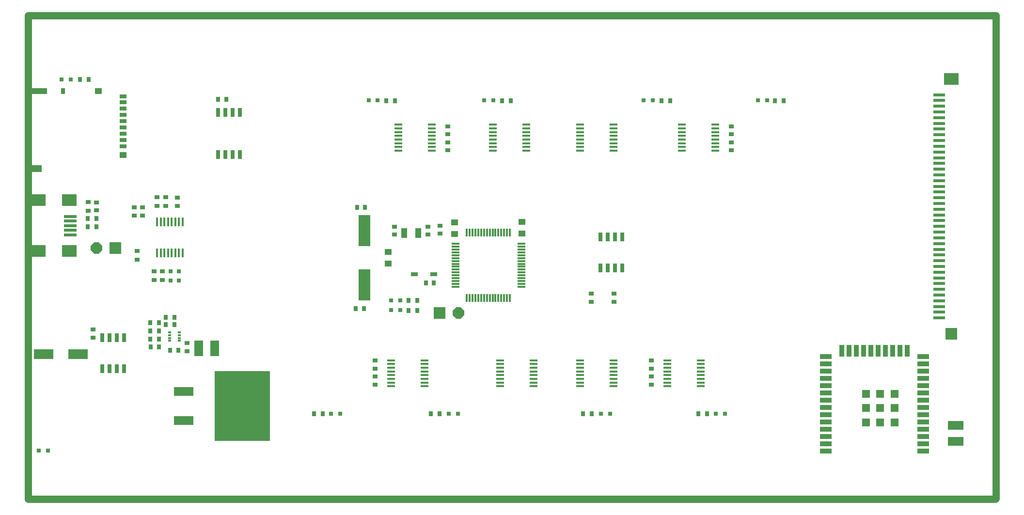
<source format=gtp>
G04*
G04 #@! TF.GenerationSoftware,Altium Limited,Altium Designer,18.1.7 (191)*
G04*
G04 Layer_Color=8421504*
%FSLAX25Y25*%
%MOIN*%
G70*
G01*
G75*
%ADD17C,0.05000*%
%ADD18R,0.05807X0.01772*%
%ADD19R,0.03543X0.03000*%
%ADD20R,0.03000X0.03543*%
%ADD21R,0.02756X0.03150*%
%ADD22R,0.03937X0.07087*%
%ADD23R,0.05000X0.04000*%
%ADD24R,0.01713X0.06008*%
%ADD25R,0.11000X0.06299*%
%ADD26R,0.02559X0.06004*%
%ADD27R,0.07480X0.05118*%
%ADD28R,0.11024X0.03937*%
%ADD29R,0.03150X0.03937*%
%ADD30R,0.04724X0.03937*%
%ADD31R,0.04724X0.02756*%
%ADD32R,0.03000X0.03500*%
%ADD33R,0.07874X0.21654*%
%ADD34R,0.07874X0.02362*%
%ADD35R,0.09843X0.07874*%
%ADD36R,0.07874X0.07874*%
%ADD37R,0.05236X0.05236*%
%ADD38R,0.07874X0.03543*%
%ADD39R,0.03543X0.07874*%
%ADD40R,0.04724X0.02953*%
%ADD41R,0.01181X0.05807*%
%ADD42R,0.05807X0.01181*%
%ADD43R,0.04921X0.03937*%
%ADD44P,0.08523X8X22.5*%
%ADD45R,0.01870X0.01181*%
%ADD46R,0.06299X0.11000*%
%ADD47R,0.13386X0.07087*%
%ADD48R,0.02559X0.06102*%
%ADD49R,0.02559X0.05906*%
%ADD50R,0.03500X0.03000*%
%ADD51R,0.38386X0.48031*%
%ADD52R,0.03150X0.02756*%
%ADD53R,0.13780X0.06299*%
%ADD54R,0.08858X0.01968*%
D17*
X394Y-333071D02*
X665748D01*
X666142Y-332677D01*
Y-394D01*
X394D02*
X666142D01*
X394Y-333071D02*
Y-394D01*
D18*
X380000Y-237520D02*
D03*
Y-240079D02*
D03*
Y-242638D02*
D03*
Y-245197D02*
D03*
Y-247756D02*
D03*
Y-250315D02*
D03*
Y-252874D02*
D03*
Y-255433D02*
D03*
X403134D02*
D03*
Y-252874D02*
D03*
Y-250315D02*
D03*
Y-247756D02*
D03*
Y-245197D02*
D03*
Y-242638D02*
D03*
Y-240079D02*
D03*
Y-237520D02*
D03*
X320000Y-75433D02*
D03*
Y-77992D02*
D03*
Y-80551D02*
D03*
Y-83110D02*
D03*
Y-85669D02*
D03*
Y-88228D02*
D03*
Y-90787D02*
D03*
Y-93347D02*
D03*
X343134D02*
D03*
Y-90787D02*
D03*
Y-88228D02*
D03*
Y-85669D02*
D03*
Y-83110D02*
D03*
Y-80551D02*
D03*
Y-77992D02*
D03*
Y-75433D02*
D03*
X348134Y-237520D02*
D03*
Y-240079D02*
D03*
Y-242638D02*
D03*
Y-245197D02*
D03*
Y-247756D02*
D03*
Y-250315D02*
D03*
Y-252874D02*
D03*
Y-255433D02*
D03*
X325000D02*
D03*
Y-252874D02*
D03*
Y-250315D02*
D03*
Y-247756D02*
D03*
Y-245197D02*
D03*
Y-242638D02*
D03*
Y-240079D02*
D03*
Y-237520D02*
D03*
X463134D02*
D03*
Y-240079D02*
D03*
Y-242638D02*
D03*
Y-245197D02*
D03*
Y-247756D02*
D03*
Y-250315D02*
D03*
Y-252874D02*
D03*
Y-255433D02*
D03*
X440000D02*
D03*
Y-252874D02*
D03*
Y-250315D02*
D03*
Y-247756D02*
D03*
Y-245197D02*
D03*
Y-242638D02*
D03*
Y-240079D02*
D03*
Y-237520D02*
D03*
X255000Y-93347D02*
D03*
Y-90787D02*
D03*
Y-88228D02*
D03*
Y-85669D02*
D03*
Y-83110D02*
D03*
Y-80551D02*
D03*
Y-77992D02*
D03*
Y-75433D02*
D03*
X278134D02*
D03*
Y-77992D02*
D03*
Y-80551D02*
D03*
Y-83110D02*
D03*
Y-85669D02*
D03*
Y-88228D02*
D03*
Y-90787D02*
D03*
Y-93347D02*
D03*
X450000D02*
D03*
Y-90787D02*
D03*
Y-88228D02*
D03*
Y-85669D02*
D03*
Y-83110D02*
D03*
Y-80551D02*
D03*
Y-77992D02*
D03*
Y-75433D02*
D03*
X473134D02*
D03*
Y-77992D02*
D03*
Y-80551D02*
D03*
Y-83110D02*
D03*
Y-85669D02*
D03*
Y-88228D02*
D03*
Y-90787D02*
D03*
Y-93347D02*
D03*
X273134Y-237520D02*
D03*
Y-240079D02*
D03*
Y-242638D02*
D03*
Y-245197D02*
D03*
Y-247756D02*
D03*
Y-250315D02*
D03*
Y-252874D02*
D03*
Y-255433D02*
D03*
X250000D02*
D03*
Y-252874D02*
D03*
Y-250315D02*
D03*
Y-247756D02*
D03*
Y-245197D02*
D03*
Y-242638D02*
D03*
Y-240079D02*
D03*
Y-237520D02*
D03*
X403134Y-75433D02*
D03*
Y-77992D02*
D03*
Y-80551D02*
D03*
Y-83110D02*
D03*
Y-85669D02*
D03*
Y-88228D02*
D03*
Y-90787D02*
D03*
Y-93347D02*
D03*
X380000D02*
D03*
Y-90787D02*
D03*
Y-88228D02*
D03*
Y-85669D02*
D03*
Y-83110D02*
D03*
Y-80551D02*
D03*
Y-77992D02*
D03*
Y-75433D02*
D03*
D19*
X429095Y-254350D02*
D03*
Y-248839D02*
D03*
Y-243327D02*
D03*
Y-237815D02*
D03*
X252500Y-151082D02*
D03*
Y-145571D02*
D03*
X275500Y-151082D02*
D03*
Y-145571D02*
D03*
X45000Y-221933D02*
D03*
Y-216421D02*
D03*
X289039Y-93051D02*
D03*
Y-87539D02*
D03*
X484039Y-82028D02*
D03*
Y-76516D02*
D03*
X239094Y-248839D02*
D03*
Y-254350D02*
D03*
X289039Y-82028D02*
D03*
Y-76516D02*
D03*
X484039Y-93051D02*
D03*
Y-87539D02*
D03*
X239094Y-237815D02*
D03*
Y-243327D02*
D03*
X283700Y-150445D02*
D03*
Y-144933D02*
D03*
X109867Y-225778D02*
D03*
Y-231290D02*
D03*
X403445Y-197291D02*
D03*
Y-191779D02*
D03*
X387697D02*
D03*
Y-197291D02*
D03*
X73579Y-137906D02*
D03*
Y-132394D02*
D03*
X103079Y-125693D02*
D03*
Y-131205D02*
D03*
X47579Y-128937D02*
D03*
Y-134449D02*
D03*
X79079Y-132449D02*
D03*
Y-137961D02*
D03*
D20*
X131244Y-57933D02*
D03*
X136756D02*
D03*
X232200Y-132433D02*
D03*
X226688D02*
D03*
X231456Y-201933D02*
D03*
X225944D02*
D03*
X279609Y-184508D02*
D03*
X274098D02*
D03*
X90343Y-228408D02*
D03*
X84831D02*
D03*
X103663Y-230790D02*
D03*
X98151D02*
D03*
D21*
X29650Y-44433D02*
D03*
X23350D02*
D03*
X473350Y-274242D02*
D03*
X479650D02*
D03*
X7850Y-299705D02*
D03*
X14150D02*
D03*
X208850Y-274242D02*
D03*
X215150D02*
D03*
X400650D02*
D03*
X394350D02*
D03*
X296150D02*
D03*
X289850D02*
D03*
X423882Y-58841D02*
D03*
X430181D02*
D03*
X502437D02*
D03*
X508736D02*
D03*
X234646D02*
D03*
X240945D02*
D03*
X314146D02*
D03*
X320445D02*
D03*
X250082Y-196319D02*
D03*
X256381D02*
D03*
X250082Y-203012D02*
D03*
X256381D02*
D03*
D22*
X268921Y-149933D02*
D03*
X259079D02*
D03*
D23*
X248000Y-162933D02*
D03*
Y-170933D02*
D03*
D24*
X89135Y-142320D02*
D03*
X91631D02*
D03*
X94135D02*
D03*
X96631D02*
D03*
X99135D02*
D03*
X101631D02*
D03*
X104135D02*
D03*
X106631D02*
D03*
Y-163674D02*
D03*
X104135D02*
D03*
X101631D02*
D03*
X99135D02*
D03*
X94135D02*
D03*
X91631D02*
D03*
X96631D02*
D03*
X89135D02*
D03*
D25*
X638500Y-282421D02*
D03*
Y-293445D02*
D03*
D26*
X51500Y-222079D02*
D03*
X56500D02*
D03*
X61500D02*
D03*
X66500D02*
D03*
Y-243433D02*
D03*
X61500D02*
D03*
X56500D02*
D03*
X51500D02*
D03*
D27*
X6224Y-105583D02*
D03*
D28*
X8000Y-52433D02*
D03*
D29*
X24339D02*
D03*
D30*
X48744D02*
D03*
X65673Y-96331D02*
D03*
D31*
Y-56173D02*
D03*
Y-59913D02*
D03*
Y-64244D02*
D03*
Y-68575D02*
D03*
Y-72905D02*
D03*
Y-77236D02*
D03*
Y-81567D02*
D03*
Y-85898D02*
D03*
Y-90228D02*
D03*
D32*
X42000Y-44433D02*
D03*
X36000D02*
D03*
X203000Y-274433D02*
D03*
X197000D02*
D03*
X277500D02*
D03*
X283500D02*
D03*
X467500D02*
D03*
X461500D02*
D03*
X388000D02*
D03*
X382000D02*
D03*
X436031Y-59031D02*
D03*
X442031D02*
D03*
X514087D02*
D03*
X520087D02*
D03*
X246795D02*
D03*
X252795D02*
D03*
X326295D02*
D03*
X332295D02*
D03*
X262042Y-196510D02*
D03*
X268042D02*
D03*
X262042Y-203203D02*
D03*
X268042D02*
D03*
X84587Y-217360D02*
D03*
X90587D02*
D03*
X84587Y-222871D02*
D03*
X90587D02*
D03*
X101163Y-207900D02*
D03*
X95163D02*
D03*
X84617Y-211770D02*
D03*
X90617D02*
D03*
X101163Y-213018D02*
D03*
X95163D02*
D03*
X47421Y-145572D02*
D03*
X41421D02*
D03*
X47421Y-140106D02*
D03*
X41421D02*
D03*
D33*
X231700Y-185634D02*
D03*
Y-148232D02*
D03*
D34*
X627000Y-54890D02*
D03*
Y-58827D02*
D03*
Y-62764D02*
D03*
Y-66701D02*
D03*
Y-70638D02*
D03*
Y-74575D02*
D03*
Y-78512D02*
D03*
Y-82449D02*
D03*
Y-86386D02*
D03*
Y-90323D02*
D03*
Y-94260D02*
D03*
Y-98197D02*
D03*
Y-102134D02*
D03*
Y-106071D02*
D03*
Y-110008D02*
D03*
Y-113945D02*
D03*
Y-117882D02*
D03*
Y-121819D02*
D03*
Y-125756D02*
D03*
Y-129693D02*
D03*
Y-133630D02*
D03*
Y-137567D02*
D03*
Y-141504D02*
D03*
Y-145441D02*
D03*
Y-149378D02*
D03*
Y-153315D02*
D03*
Y-157252D02*
D03*
Y-161189D02*
D03*
Y-165126D02*
D03*
Y-169063D02*
D03*
Y-173000D02*
D03*
Y-176937D02*
D03*
Y-180874D02*
D03*
Y-184811D02*
D03*
Y-188748D02*
D03*
Y-192685D02*
D03*
Y-196622D02*
D03*
Y-200559D02*
D03*
Y-204496D02*
D03*
Y-208433D02*
D03*
D35*
X635465Y-43866D02*
D03*
X28839Y-127433D02*
D03*
Y-162472D02*
D03*
X7500Y-127433D02*
D03*
Y-162472D02*
D03*
D36*
X635465Y-219457D02*
D03*
X283508Y-204933D02*
D03*
X60500Y-160433D02*
D03*
D37*
X576630Y-260563D02*
D03*
Y-270406D02*
D03*
Y-280248D02*
D03*
X586472D02*
D03*
Y-270406D02*
D03*
Y-260563D02*
D03*
X596315D02*
D03*
Y-270406D02*
D03*
Y-280248D02*
D03*
D38*
X549071Y-299933D02*
D03*
Y-294933D02*
D03*
Y-289933D02*
D03*
Y-284933D02*
D03*
Y-279933D02*
D03*
Y-274933D02*
D03*
Y-269933D02*
D03*
Y-264933D02*
D03*
Y-259933D02*
D03*
Y-254933D02*
D03*
Y-249933D02*
D03*
Y-244933D02*
D03*
Y-239933D02*
D03*
Y-234933D02*
D03*
X616000D02*
D03*
Y-239933D02*
D03*
Y-244933D02*
D03*
Y-249933D02*
D03*
Y-254933D02*
D03*
Y-259933D02*
D03*
Y-264933D02*
D03*
Y-269933D02*
D03*
Y-274933D02*
D03*
Y-279933D02*
D03*
Y-284933D02*
D03*
Y-289933D02*
D03*
Y-294933D02*
D03*
Y-299933D02*
D03*
D39*
X560035Y-230996D02*
D03*
X565035D02*
D03*
X570035D02*
D03*
X575035D02*
D03*
X580035D02*
D03*
X585035D02*
D03*
X590035D02*
D03*
X595035D02*
D03*
X600035D02*
D03*
X605035D02*
D03*
D40*
X279609Y-178209D02*
D03*
X266224D02*
D03*
D41*
X302271Y-149579D02*
D03*
X304239D02*
D03*
X306208D02*
D03*
X308176D02*
D03*
X310145D02*
D03*
X312113D02*
D03*
X314082D02*
D03*
X316050D02*
D03*
X318019D02*
D03*
X319987D02*
D03*
X321956D02*
D03*
X323924D02*
D03*
X325893D02*
D03*
X327861D02*
D03*
X329830D02*
D03*
X331798D02*
D03*
Y-194760D02*
D03*
X329830D02*
D03*
X327861D02*
D03*
X325893D02*
D03*
X323924D02*
D03*
X321956D02*
D03*
X319987D02*
D03*
X318019D02*
D03*
X316050D02*
D03*
X314082D02*
D03*
X312113D02*
D03*
X310145D02*
D03*
X308176D02*
D03*
X306208D02*
D03*
X304239D02*
D03*
X302271D02*
D03*
D42*
X339625Y-157405D02*
D03*
Y-159374D02*
D03*
Y-161343D02*
D03*
Y-163311D02*
D03*
Y-165279D02*
D03*
Y-167248D02*
D03*
Y-169217D02*
D03*
Y-171185D02*
D03*
Y-173153D02*
D03*
Y-175122D02*
D03*
Y-177091D02*
D03*
Y-179059D02*
D03*
Y-181028D02*
D03*
Y-182996D02*
D03*
Y-184965D02*
D03*
Y-186933D02*
D03*
X294444D02*
D03*
Y-184965D02*
D03*
Y-182996D02*
D03*
Y-181028D02*
D03*
Y-179059D02*
D03*
Y-177091D02*
D03*
Y-175122D02*
D03*
Y-173153D02*
D03*
Y-171185D02*
D03*
Y-169217D02*
D03*
Y-167248D02*
D03*
Y-165279D02*
D03*
Y-163311D02*
D03*
Y-161343D02*
D03*
Y-159374D02*
D03*
Y-157405D02*
D03*
D43*
X293783Y-142776D02*
D03*
Y-150650D02*
D03*
X340239Y-142382D02*
D03*
Y-150256D02*
D03*
D44*
X296500Y-204933D02*
D03*
X47508Y-160433D02*
D03*
D45*
X97909Y-224155D02*
D03*
Y-222187D02*
D03*
Y-220218D02*
D03*
Y-218250D02*
D03*
X104507D02*
D03*
Y-220218D02*
D03*
Y-222187D02*
D03*
Y-224155D02*
D03*
D46*
X128771Y-229330D02*
D03*
X117747D02*
D03*
D47*
X11189Y-233433D02*
D03*
X34811D02*
D03*
D48*
X131000Y-66965D02*
D03*
X136000D02*
D03*
X141000D02*
D03*
X146000D02*
D03*
Y-95902D02*
D03*
X141000D02*
D03*
X136000D02*
D03*
X131000D02*
D03*
D49*
X393988Y-152677D02*
D03*
X398988D02*
D03*
X403988D02*
D03*
X408988D02*
D03*
Y-173937D02*
D03*
X403988D02*
D03*
X398988D02*
D03*
X393988D02*
D03*
D50*
X87079Y-176449D02*
D03*
X92745D02*
D03*
X75500Y-168433D02*
D03*
X92745Y-182449D02*
D03*
X75500Y-162433D02*
D03*
X87079Y-182449D02*
D03*
X41835Y-128743D02*
D03*
Y-134743D02*
D03*
X95079Y-131449D02*
D03*
Y-125449D02*
D03*
X89079D02*
D03*
Y-131449D02*
D03*
D51*
X147837Y-268921D02*
D03*
D52*
X98396Y-182598D02*
D03*
Y-176299D02*
D03*
X104079Y-182598D02*
D03*
Y-176299D02*
D03*
D53*
X107384Y-258921D02*
D03*
Y-278921D02*
D03*
D54*
X29331Y-138654D02*
D03*
Y-141803D02*
D03*
Y-144953D02*
D03*
Y-148102D02*
D03*
Y-151252D02*
D03*
M02*

</source>
